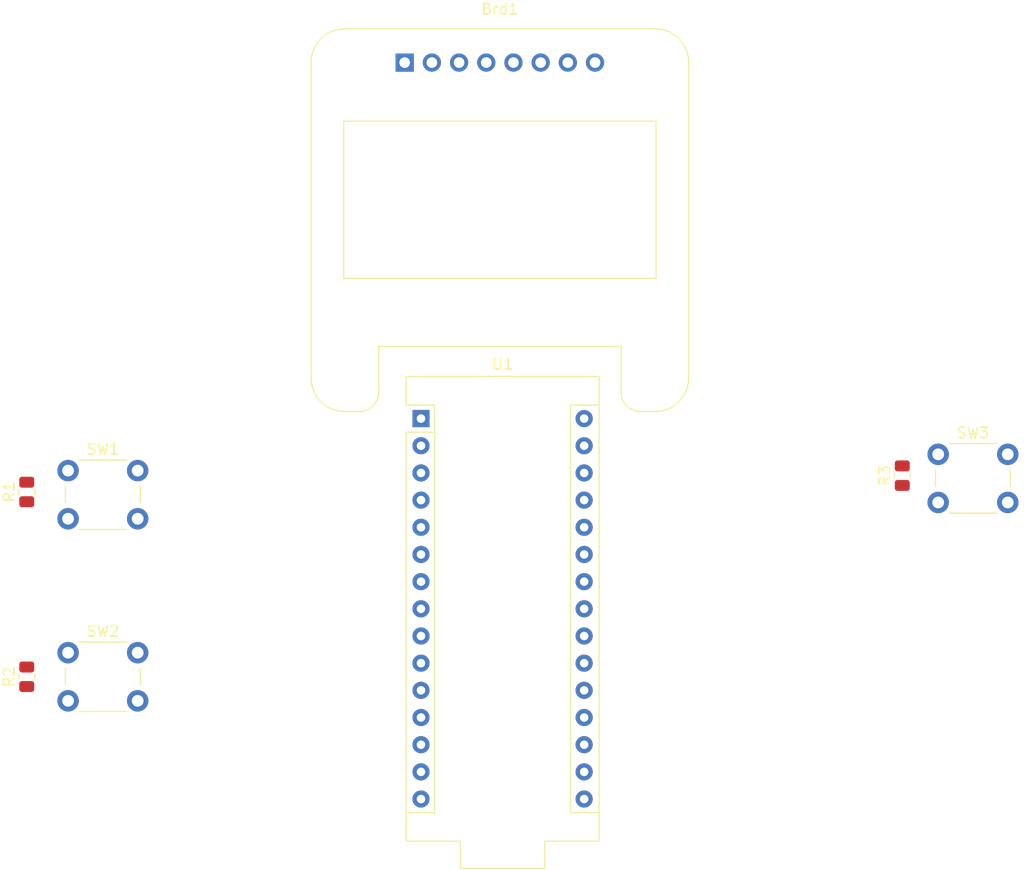
<source format=kicad_pcb>
(kicad_pcb (version 20211014) (generator pcbnew)
  (layers (0 "F.Cu" signal) (31 "B.Cu" signal) (34 "B.Paste" user) (35 "F.Paste" user) (36 "B.SilkS" user "B.Silkscreen") (37 "F.SilkS" user "F.Silkscreen") (38 "B.Mask" user) (39 "F.Mask" user) (44 "Edge.Cuts" user))
  (net 0 "")
  (net 1 "GND")
  (net 2 "+5V")
  (net 3 "Net-(Brd1-Pad3)")
  (net 4 "Net-(Brd1-Pad4)")
  (net 5 "Net-(U1-Pad6)")
  (net 6 "Net-(U1-Pad7)")
  (net 7 "Net-(R3-Pad2)")
  (net 29 "+BATT")
  (footprint "Display:Adafruit_SSD1306_No_Mounting_Holes" (layer "F.Cu") (at 183.388 64.259)
    (fp_text reference "Brd1" (at 8.89 -5) (layer "F.SilkS"))
    (fp_text value "SSD1306")
    (fp_line (start -5.698 5.478) (end 23.478 5.478) (layer "F.SilkS") (width 0.12))
    (fp_line (start -5.698 5.478) (end -5.698 20.176) (layer "F.SilkS") (width 0.12))
    (fp_line (start -5.698 20.176) (end 23.478 20.176) (layer "F.SilkS") (width 0.12))
    (fp_line (start -2.43 26.526) (end 20.21 26.526) (layer "F.SilkS") (width 0.12))
    (fp_line (start 23.368 -3.158) (end -5.588 -3.158) (layer "F.SilkS") (width 0.12))
    (fp_line (start 22.018 32.622) (end 23.37 32.622) (layer "F.SilkS") (width 0.12))
    (fp_line (start 20.21 26.526) (end 20.21 30.814) (layer "F.SilkS") (width 0.12))
    (fp_line (start -2.43 26.526) (end -2.43 30.814) (layer "F.SilkS") (width 0.12))
    (fp_line (start 26.526 0) (end 26.526 29.464) (layer "F.SilkS") (width 0.12))
    (fp_line (start -8.746 0) (end -8.746 29.464) (layer "F.SilkS") (width 0.12))
    (fp_line (start 23.478 5.478) (end 23.478 20.176) (layer "F.SilkS") (width 0.12))
    (fp_line (start -4.238 32.622) (end -5.59 32.622) (layer "F.SilkS") (width 0.12))
    (fp_arc (start 26.526 29.464) (mid 25.601043 31.697043) (end 23.368 32.622) (layer "F.SilkS") (width 0.12))
    (fp_arc (start -8.746 0) (mid -7.821043 -2.233043) (end -5.588 -3.158) (layer "F.SilkS") (width 0.12))
    (fp_arc (start -2.43 30.812) (mid -2.958137 32.091035) (end -4.236 32.622) (layer "F.SilkS") (width 0.12))
    (fp_arc (start 23.368 -3.158) (mid 25.601043 -2.233043) (end 26.526 0) (layer "F.SilkS") (width 0.12))
    (fp_arc (start -5.588 32.622) (mid -7.821043 31.697043) (end -8.746 29.464) (layer "F.SilkS") (width 0.12))
    (fp_arc (start 22.016 32.622) (mid 20.738137 32.091035) (end 20.21 30.812) (layer "F.SilkS") (width 0.12))
    (pad "1" thru_hole rect (at 0 0) (size 1.7 1.7) (drill 1) (layers *.Cu *.Mask) (net 1 "GND"))
    (pad "2" thru_hole circle (at 2.54 0) (size 1.7 1.7) (drill 1) (layers *.Cu *.Mask) (net 2 "+5V"))
    (pad "3" thru_hole circle (at 5.08 0) (size 1.7 1.7) (drill 1) (layers *.Cu *.Mask) (net 3 "Net-(Brd1-Pad3)"))
    (pad "4" thru_hole circle (at 7.62 0) (size 1.7 1.7) (drill 1) (layers *.Cu *.Mask) (net 4 "Net-(Brd1-Pad4)"))
    (pad "5" thru_hole circle (at 10.16 0) (size 1.7 1.7) (drill 1) (layers *.Cu *.Mask))
    (pad "6" thru_hole circle (at 12.7 0) (size 1.7 1.7) (drill 1) (layers *.Cu *.Mask))
    (pad "7" thru_hole circle (at 15.24 0) (size 1.7 1.7) (drill 1) (layers *.Cu *.Mask))
    (pad "8" thru_hole circle (at 17.78 0) (size 1.7 1.7) (drill 1) (layers *.Cu *.Mask))
  )
  (footprint "Button_Switch_THT:SW_PUSH_6mm" (layer "F.Cu") (at 151.944 102.398)
    (fp_text reference "SW1" (at 3.25 -2) (layer "F.SilkS"))
    (fp_text value "SW_Push")
    (fp_line (start -0.25 1.5) (end -0.25 3) (layer "F.SilkS") (width 0.12))
    (fp_line (start 1 5.5) (end 5.5 5.5) (layer "F.SilkS") (width 0.12))
    (fp_line (start 6.75 3) (end 6.75 1.5) (layer "F.SilkS") (width 0.12))
    (fp_line (start 5.5 -1) (end 1 -1) (layer "F.SilkS") (width 0.12))
    (pad "1" thru_hole circle (at 0 0 90) (size 2 2) (drill 1.1) (layers *.Cu *.Mask) (net 5 "Net-(U1-Pad6)"))
    (pad "1" thru_hole circle (at 6.5 0 90) (size 2 2) (drill 1.1) (layers *.Cu *.Mask) (net 5 "Net-(U1-Pad6)"))
    (pad "2" thru_hole circle (at 0 4.5 90) (size 2 2) (drill 1.1) (layers *.Cu *.Mask) (net 2 "+5V"))
    (pad "2" thru_hole circle (at 6.5 4.5 90) (size 2 2) (drill 1.1) (layers *.Cu *.Mask) (net 2 "+5V"))
  )
  (footprint "Button_Switch_THT:SW_PUSH_6mm" (layer "F.Cu") (at 151.944 119.416)
    (fp_text reference "SW2" (at 3.25 -2) (layer "F.SilkS"))
    (fp_text value "SW_Push")
    (fp_line (start -0.25 1.5) (end -0.25 3) (layer "F.SilkS") (width 0.12))
    (fp_line (start 5.5 -1) (end 1 -1) (layer "F.SilkS") (width 0.12))
    (fp_line (start 1 5.5) (end 5.5 5.5) (layer "F.SilkS") (width 0.12))
    (fp_line (start 6.75 3) (end 6.75 1.5) (layer "F.SilkS") (width 0.12))
    (pad "1" thru_hole circle (at 6.5 0 90) (size 2 2) (drill 1.1) (layers *.Cu *.Mask) (net 6 "Net-(U1-Pad7)"))
    (pad "1" thru_hole circle (at 0 0 90) (size 2 2) (drill 1.1) (layers *.Cu *.Mask) (net 6 "Net-(U1-Pad7)"))
    (pad "2" thru_hole circle (at 0 4.5 90) (size 2 2) (drill 1.1) (layers *.Cu *.Mask) (net 2 "+5V"))
    (pad "2" thru_hole circle (at 6.5 4.5 90) (size 2 2) (drill 1.1) (layers *.Cu *.Mask) (net 2 "+5V"))
  )
  (footprint "Arduino:Arduino_Nano" (layer "F.Cu") (at 184.912 97.536)
    (fp_text reference "U1" (at 7.62 -5.08) (layer "F.SilkS"))
    (fp_text value "Arduino_Nano")
    (fp_line (start 16.637 -3.937) (end -1.397 -3.937) (layer "F.SilkS") (width 0.12))
    (fp_line (start 13.97 -1.27) (end 16.64 -1.27) (layer "F.SilkS") (width 0.12))
    (fp_line (start 1.27 -1.27) (end -1.397 -1.27) (layer "F.SilkS") (width 0.12))
    (fp_line (start 11.557 42.037) (end 11.557 39.497) (layer "F.SilkS") (width 0.12))
    (fp_line (start -1.397 1.27) (end -1.397 39.497) (layer "F.SilkS") (width 0.12))
    (fp_line (start 3.683 42.037) (end 11.557 42.037) (layer "F.SilkS") (width 0.12))
    (fp_line (start 13.97 36.83) (end 16.64 36.83) (layer "F.SilkS") (width 0.12))
    (fp_line (start 16.637 39.497) (end 16.637 -3.937) (layer "F.SilkS") (width 0.12))
    (fp_line (start -1.397 -3.937) (end -1.397 -1.27) (layer "F.SilkS") (width 0.12))
    (fp_line (start 13.97 -1.27) (end 13.97 36.83) (layer "F.SilkS") (width 0.12))
    (fp_line (start 1.27 36.83) (end -1.4 36.83) (layer "F.SilkS") (width 0.12))
    (fp_line (start -1.397 39.497) (end 3.683 39.497) (layer "F.SilkS") (width 0.12))
    (fp_line (start 3.683 42.037) (end 3.683 39.497) (layer "F.SilkS") (width 0.12))
    (fp_line (start 1.27 1.27) (end 1.27 -1.27) (layer "F.SilkS") (width 0.12))
    (fp_line (start 1.27 1.27) (end 1.27 36.83) (layer "F.SilkS") (width 0.12))
    (fp_line (start 1.27 1.27) (end -1.397 1.27) (layer "F.SilkS") (width 0.12))
    (fp_line (start 11.557 39.497) (end 16.637 39.497) (layer "F.SilkS") (width 0.12))
    (pad "1" thru_hole rect locked (at 0 0) (size 1.6 1.6) (drill 0.8) (layers *.Cu *.Mask))
    (pad "2" thru_hole oval locked (at 0 2.54) (size 1.6 1.6) (drill 0.8) (layers *.Cu *.Mask))
    (pad "3" thru_hole oval locked (at 0 5.08) (size 1.6 1.6) (drill 0.8) (layers *.Cu *.Mask))
    (pad "4" thru_hole oval locked (at 0 7.62) (size 1.6 1.6) (drill 0.8) (layers *.Cu *.Mask) (net 1 "GND"))
    (pad "5" thru_hole oval locked (at 0 10.16) (size 1.6 1.6) (drill 0.8) (layers *.Cu *.Mask))
    (pad "6" thru_hole oval locked (at 0 12.7) (size 1.6 1.6) (drill 0.8) (layers *.Cu *.Mask) (net 5 "Net-(U1-Pad6)"))
    (pad "7" thru_hole oval locked (at 0 15.24) (size 1.6 1.6) (drill 0.8) (layers *.Cu *.Mask) (net 6 "Net-(U1-Pad7)"))
    (pad "8" thru_hole oval locked (at 0 17.78) (size 1.6 1.6) (drill 0.8) (layers *.Cu *.Mask))
    (pad "9" thru_hole oval locked (at 0 20.32) (size 1.6 1.6) (drill 0.8) (layers *.Cu *.Mask))
    (pad "10" thru_hole oval locked (at 0 22.86) (size 1.6 1.6) (drill 0.8) (layers *.Cu *.Mask))
    (pad "11" thru_hole oval locked (at 0 25.4) (size 1.6 1.6) (drill 0.8) (layers *.Cu *.Mask))
    (pad "12" thru_hole oval locked (at 0 27.94) (size 1.6 1.6) (drill 0.8) (layers *.Cu *.Mask))
    (pad "13" thru_hole oval locked (at 0 30.48) (size 1.6 1.6) (drill 0.8) (layers *.Cu *.Mask))
    (pad "14" thru_hole oval locked (at 0 33.02) (size 1.6 1.6) (drill 0.8) (layers *.Cu *.Mask))
    (pad "15" thru_hole oval locked (at 0 35.56) (size 1.6 1.6) (drill 0.8) (layers *.Cu *.Mask))
    (pad "16" thru_hole oval locked (at 15.24 35.56) (size 1.6 1.6) (drill 0.8) (layers *.Cu *.Mask))
    (pad "17" thru_hole oval locked (at 15.24 33.02) (size 1.6 1.6) (drill 0.8) (layers *.Cu *.Mask))
    (pad "18" thru_hole oval locked (at 15.24 30.48) (size 1.6 1.6) (drill 0.8) (layers *.Cu *.Mask))
    (pad "19" thru_hole oval locked (at 15.24 27.94) (size 1.6 1.6) (drill 0.8) (layers *.Cu *.Mask))
    (pad "20" thru_hole oval locked (at 15.24 25.4) (size 1.6 1.6) (drill 0.8) (layers *.Cu *.Mask))
    (pad "21" thru_hole oval locked (at 15.24 22.86) (size 1.6 1.6) (drill 0.8) (layers *.Cu *.Mask))
    (pad "22" thru_hole oval locked (at 15.24 20.32) (size 1.6 1.6) (drill 0.8) (layers *.Cu *.Mask))
    (pad "23" thru_hole oval locked (at 15.24 17.78) (size 1.6 1.6) (drill 0.8) (layers *.Cu *.Mask) (net 4 "Net-(Brd1-Pad4)"))
    (pad "24" thru_hole oval locked (at 15.24 15.24) (size 1.6 1.6) (drill 0.8) (layers *.Cu *.Mask) (net 3 "Net-(Brd1-Pad3)"))
    (pad "25" thru_hole oval locked (at 15.24 12.7) (size 1.6 1.6) (drill 0.8) (layers *.Cu *.Mask))
    (pad "26" thru_hole oval locked (at 15.24 10.16) (size 1.6 1.6) (drill 0.8) (layers *.Cu *.Mask))
    (pad "27" thru_hole oval locked (at 15.24 7.62) (size 1.6 1.6) (drill 0.8) (layers *.Cu *.Mask) (net 2 "+5V"))
    (pad "28" thru_hole oval locked (at 15.24 5.08) (size 1.6 1.6) (drill 0.8) (layers *.Cu *.Mask) (net 7 "Net-(R3-Pad2)"))
    (pad "29" thru_hole oval locked (at 15.24 2.54) (size 1.6 1.6) (drill 0.8) (layers *.Cu *.Mask) (net 1 "GND"))
    (pad "30" thru_hole oval locked (at 15.24 0) (size 1.6 1.6) (drill 0.8) (layers *.Cu *.Mask) (net 29 "+BATT"))
  )
  (footprint "Resistor_SMD:R_0805_2012Metric" (layer "F.Cu") (at 229.87 102.87 90)
    (fp_text reference "R3" (at 0 -1.65 90) (layer "F.SilkS"))
    (fp_text value "3.3k")
    (fp_line (start -0.227064 0.735) (end 0.227064 0.735) (layer "F.SilkS") (width 0.12))
    (fp_line (start -0.227064 -0.735) (end 0.227064 -0.735) (layer "F.SilkS") (width 0.12))
    (pad "1" smd roundrect (at -0.9125 0 90) (size 1.025 1.4) (layers "F.Cu" "F.Paste" "F.Mask") (roundrect_rratio 0.243902) (net 2 "+5V"))
    (pad "2" smd roundrect (at 0.9125 0 90) (size 1.025 1.4) (layers "F.Cu" "F.Paste" "F.Mask") (roundrect_rratio 0.243902) (net 7 "Net-(R3-Pad2)"))
  )
  (footprint "Resistor_SMD:R_0805_2012Metric" (layer "F.Cu") (at 148.082 104.394 90)
    (fp_text reference "R1" (at 0 -1.65 90) (layer "F.SilkS"))
    (fp_text value "10k")
    (fp_line (start -0.227064 0.735) (end 0.227064 0.735) (layer "F.SilkS") (width 0.12))
    (fp_line (start -0.227064 -0.735) (end 0.227064 -0.735) (layer "F.SilkS") (width 0.12))
    (pad "1" smd roundrect (at -0.9125 0 90) (size 1.025 1.4) (layers "F.Cu" "F.Paste" "F.Mask") (roundrect_rratio 0.243902) (net 5 "Net-(U1-Pad6)"))
    (pad "2" smd roundrect (at 0.9125 0 90) (size 1.025 1.4) (layers "F.Cu" "F.Paste" "F.Mask") (roundrect_rratio 0.243902) (net 1 "GND"))
  )
  (footprint "Resistor_SMD:R_0805_2012Metric" (layer "F.Cu") (at 148.082 121.666 90)
    (fp_text reference "R2" (at 0 -1.65 90) (layer "F.SilkS"))
    (fp_text value "10k")
    (fp_line (start -0.227064 -0.735) (end 0.227064 -0.735) (layer "F.SilkS") (width 0.12))
    (fp_line (start -0.227064 0.735) (end 0.227064 0.735) (layer "F.SilkS") (width 0.12))
    (pad "1" smd roundrect (at -0.9125 0 90) (size 1.025 1.4) (layers "F.Cu" "F.Paste" "F.Mask") (roundrect_rratio 0.243902) (net 6 "Net-(U1-Pad7)"))
    (pad "2" smd roundrect (at 0.9125 0 90) (size 1.025 1.4) (layers "F.Cu" "F.Paste" "F.Mask") (roundrect_rratio 0.243902) (net 1 "GND"))
  )
  (footprint "Button_Switch_THT:SW_PUSH_6mm" (layer "F.Cu") (at 233.224 100.874)
    (fp_text reference "SW3" (at 3.25 -2) (layer "F.SilkS"))
    (fp_text value "SW_Push")
    (fp_line (start -0.25 1.5) (end -0.25 3) (layer "F.SilkS") (width 0.12))
    (fp_line (start 5.5 -1) (end 1 -1) (layer "F.SilkS") (width 0.12))
    (fp_line (start 6.75 3) (end 6.75 1.5) (layer "F.SilkS") (width 0.12))
    (fp_line (start 1 5.5) (end 5.5 5.5) (layer "F.SilkS") (width 0.12))
    (pad "1" thru_hole circle (at 6.5 0 90) (size 2 2) (drill 1.1) (layers *.Cu *.Mask) (net 7 "Net-(R3-Pad2)"))
    (pad "1" thru_hole circle (at 0 0 90) (size 2 2) (drill 1.1) (layers *.Cu *.Mask) (net 7 "Net-(R3-Pad2)"))
    (pad "2" thru_hole circle (at 0 4.5 90) (size 2 2) (drill 1.1) (layers *.Cu *.Mask) (net 1 "GND"))
    (pad "2" thru_hole circle (at 6.5 4.5 90) (size 2 2) (drill 1.1) (layers *.Cu *.Mask) (net 1 "GND"))
  )
)
</source>
